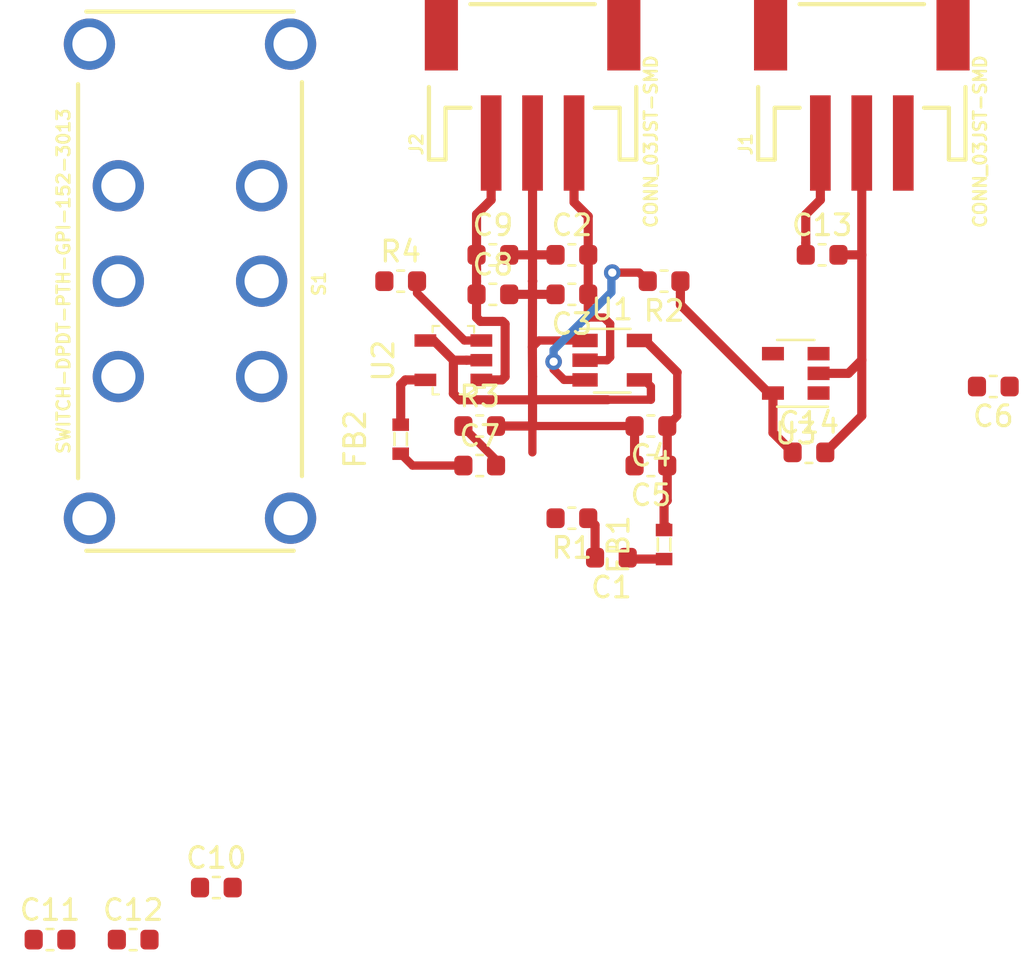
<source format=kicad_pcb>
(kicad_pcb (version 20171130) (host pcbnew "(5.1.2)-1")

  (general
    (thickness 1.6)
    (drawings 0)
    (tracks 111)
    (zones 0)
    (modules 26)
    (nets 18)
  )

  (page A4)
  (layers
    (0 F.Cu signal)
    (31 B.Cu signal)
    (32 B.Adhes user hide)
    (33 F.Adhes user hide)
    (34 B.Paste user hide)
    (35 F.Paste user hide)
    (36 B.SilkS user hide)
    (37 F.SilkS user hide)
    (38 B.Mask user hide)
    (39 F.Mask user hide)
    (40 Dwgs.User user hide)
    (41 Cmts.User user hide)
    (42 Eco1.User user hide)
    (43 Eco2.User user hide)
    (44 Edge.Cuts user hide)
    (45 Margin user hide)
    (46 B.CrtYd user hide)
    (47 F.CrtYd user hide)
    (48 B.Fab user hide)
    (49 F.Fab user hide)
  )

  (setup
    (last_trace_width 0.44)
    (user_trace_width 0.4)
    (user_trace_width 0.44)
    (trace_clearance 0.4)
    (zone_clearance 0.508)
    (zone_45_only no)
    (trace_min 0.4)
    (via_size 0.8)
    (via_drill 0.4)
    (via_min_size 0.4)
    (via_min_drill 0.3)
    (uvia_size 0.3)
    (uvia_drill 0.1)
    (uvias_allowed no)
    (uvia_min_size 0.2)
    (uvia_min_drill 0.1)
    (edge_width 0.1)
    (segment_width 0.2)
    (pcb_text_width 0.3)
    (pcb_text_size 1.5 1.5)
    (mod_edge_width 0.15)
    (mod_text_size 1 1)
    (mod_text_width 0.15)
    (pad_size 1.524 1.524)
    (pad_drill 0.762)
    (pad_to_mask_clearance 0)
    (aux_axis_origin 0 0)
    (visible_elements 7FFFFFFF)
    (pcbplotparams
      (layerselection 0x010fc_ffffffff)
      (usegerberextensions false)
      (usegerberattributes false)
      (usegerberadvancedattributes false)
      (creategerberjobfile false)
      (excludeedgelayer true)
      (linewidth 0.100000)
      (plotframeref false)
      (viasonmask false)
      (mode 1)
      (useauxorigin false)
      (hpglpennumber 1)
      (hpglpenspeed 20)
      (hpglpendiameter 15.000000)
      (psnegative false)
      (psa4output false)
      (plotreference true)
      (plotvalue true)
      (plotinvisibletext false)
      (padsonsilk false)
      (subtractmaskfromsilk false)
      (outputformat 1)
      (mirror false)
      (drillshape 1)
      (scaleselection 1)
      (outputdirectory ""))
  )

  (net 0 "")
  (net 1 "Net-(C1-Pad2)")
  (net 2 /-2.5)
  (net 3 /-3V_IN)
  (net 4 /AnalogGround)
  (net 5 "Net-(C4-Pad1)")
  (net 6 "Net-(C6-Pad2)")
  (net 7 "Net-(C7-Pad2)")
  (net 8 /+2.5)
  (net 9 /+3V_IN)
  (net 10 "Net-(C10-Pad1)")
  (net 11 "Net-(C12-Pad2)")
  (net 12 /DigitalGround)
  (net 13 /3V)
  (net 14 /Digital3V3)
  (net 15 "Net-(J1-Pad3)")
  (net 16 /Digital_Enable)
  (net 17 "Net-(U3-Pad4)")

  (net_class Default "This is the default net class."
    (clearance 0.4)
    (trace_width 0.44)
    (via_dia 0.8)
    (via_drill 0.4)
    (uvia_dia 0.3)
    (uvia_drill 0.1)
    (diff_pair_width 0.5)
    (diff_pair_gap 0.5)
    (add_net /+2.5)
    (add_net /+3V_IN)
    (add_net /-2.5)
    (add_net /-3V_IN)
    (add_net /3V)
    (add_net /AnalogGround)
    (add_net /Digital3V3)
    (add_net /DigitalGround)
    (add_net /Digital_Enable)
    (add_net "Net-(C1-Pad2)")
    (add_net "Net-(C10-Pad1)")
    (add_net "Net-(C12-Pad2)")
    (add_net "Net-(C4-Pad1)")
    (add_net "Net-(C6-Pad2)")
    (add_net "Net-(C7-Pad2)")
    (add_net "Net-(J1-Pad3)")
    (add_net "Net-(U3-Pad4)")
  )

  (net_class Squeeze ""
    (clearance 0.4)
    (trace_width 0.4)
    (via_dia 0.8)
    (via_drill 0.4)
    (uvia_dia 0.3)
    (uvia_drill 0.1)
    (diff_pair_width 0.5)
    (diff_pair_gap 0.5)
  )

  (module Package_TO_SOT_SMD:TSOT-23-5 locked (layer F.Cu) (tedit 5A02FF57) (tstamp 5D32D600)
    (at 59.73 36.83)
    (descr "5-pin TSOT23 package, http://cds.linear.com/docs/en/packaging/SOT_5_05-08-1635.pdf")
    (tags TSOT-23-5)
    (path /5D274D27)
    (attr smd)
    (fp_text reference U1 (at 0 -2.45) (layer F.SilkS)
      (effects (font (size 1 1) (thickness 0.15)))
    )
    (fp_text value ADP7182AUZJ (at 0 2.5) (layer F.Fab)
      (effects (font (size 1 1) (thickness 0.15)))
    )
    (fp_line (start 2.17 1.7) (end -2.17 1.7) (layer F.CrtYd) (width 0.05))
    (fp_line (start 2.17 1.7) (end 2.17 -1.7) (layer F.CrtYd) (width 0.05))
    (fp_line (start -2.17 -1.7) (end -2.17 1.7) (layer F.CrtYd) (width 0.05))
    (fp_line (start -2.17 -1.7) (end 2.17 -1.7) (layer F.CrtYd) (width 0.05))
    (fp_line (start 0.88 -1.45) (end 0.88 1.45) (layer F.Fab) (width 0.1))
    (fp_line (start 0.88 1.45) (end -0.88 1.45) (layer F.Fab) (width 0.1))
    (fp_line (start -0.88 -1) (end -0.88 1.45) (layer F.Fab) (width 0.1))
    (fp_line (start 0.88 -1.45) (end -0.43 -1.45) (layer F.Fab) (width 0.1))
    (fp_line (start -0.88 -1) (end -0.43 -1.45) (layer F.Fab) (width 0.1))
    (fp_line (start 0.88 -1.51) (end -1.55 -1.51) (layer F.SilkS) (width 0.12))
    (fp_line (start -0.88 1.56) (end 0.88 1.56) (layer F.SilkS) (width 0.12))
    (fp_text user %R (at 0 0 90) (layer F.Fab)
      (effects (font (size 0.5 0.5) (thickness 0.075)))
    )
    (pad 5 smd rect (at 1.31 -0.95) (size 1.22 0.65) (layers F.Cu F.Paste F.Mask)
      (net 5 "Net-(C4-Pad1)"))
    (pad 4 smd rect (at 1.31 0.95) (size 1.22 0.65) (layers F.Cu F.Paste F.Mask)
      (net 4 /AnalogGround))
    (pad 3 smd rect (at -1.31 0.95) (size 1.22 0.65) (layers F.Cu F.Paste F.Mask)
      (net 6 "Net-(C6-Pad2)"))
    (pad 2 smd rect (at -1.31 0) (size 1.22 0.65) (layers F.Cu F.Paste F.Mask)
      (net 3 /-3V_IN))
    (pad 1 smd rect (at -1.31 -0.95) (size 1.22 0.65) (layers F.Cu F.Paste F.Mask)
      (net 4 /AnalogGround))
    (model ${KISYS3DMOD}/Package_TO_SOT_SMD.3dshapes/TSOT-23-5.wrl
      (at (xyz 0 0 0))
      (scale (xyz 1 1 1))
      (rotate (xyz 0 0 0))
    )
  )

  (module Capacitor_SMD:C_0603_1608Metric (layer F.Cu) (tedit 5B301BBE) (tstamp 5D32E18C)
    (at 57.785 33.655 180)
    (descr "Capacitor SMD 0603 (1608 Metric), square (rectangular) end terminal, IPC_7351 nominal, (Body size source: http://www.tortai-tech.com/upload/download/2011102023233369053.pdf), generated with kicad-footprint-generator")
    (tags capacitor)
    (path /5C7EF015)
    (attr smd)
    (fp_text reference C3 (at 0 -1.43) (layer F.SilkS)
      (effects (font (size 1 1) (thickness 0.15)))
    )
    (fp_text value 2.2uF (at 0 1.43) (layer F.Fab)
      (effects (font (size 1 1) (thickness 0.15)))
    )
    (fp_text user %R (at 0 0) (layer F.Fab)
      (effects (font (size 0.4 0.4) (thickness 0.06)))
    )
    (fp_line (start 1.48 0.73) (end -1.48 0.73) (layer F.CrtYd) (width 0.05))
    (fp_line (start 1.48 -0.73) (end 1.48 0.73) (layer F.CrtYd) (width 0.05))
    (fp_line (start -1.48 -0.73) (end 1.48 -0.73) (layer F.CrtYd) (width 0.05))
    (fp_line (start -1.48 0.73) (end -1.48 -0.73) (layer F.CrtYd) (width 0.05))
    (fp_line (start -0.162779 0.51) (end 0.162779 0.51) (layer F.SilkS) (width 0.12))
    (fp_line (start -0.162779 -0.51) (end 0.162779 -0.51) (layer F.SilkS) (width 0.12))
    (fp_line (start 0.8 0.4) (end -0.8 0.4) (layer F.Fab) (width 0.1))
    (fp_line (start 0.8 -0.4) (end 0.8 0.4) (layer F.Fab) (width 0.1))
    (fp_line (start -0.8 -0.4) (end 0.8 -0.4) (layer F.Fab) (width 0.1))
    (fp_line (start -0.8 0.4) (end -0.8 -0.4) (layer F.Fab) (width 0.1))
    (pad 2 smd roundrect (at 0.7875 0 180) (size 0.875 0.95) (layers F.Cu F.Paste F.Mask) (roundrect_rratio 0.25)
      (net 4 /AnalogGround))
    (pad 1 smd roundrect (at -0.7875 0 180) (size 0.875 0.95) (layers F.Cu F.Paste F.Mask) (roundrect_rratio 0.25)
      (net 3 /-3V_IN))
    (model ${KISYS3DMOD}/Capacitor_SMD.3dshapes/C_0603_1608Metric.wrl
      (at (xyz 0 0 0))
      (scale (xyz 1 1 1))
      (rotate (xyz 0 0 0))
    )
  )

  (module Capacitor_SMD:C_0603_1608Metric locked (layer F.Cu) (tedit 5B301BBE) (tstamp 5D32BA28)
    (at 57.785 31.75)
    (descr "Capacitor SMD 0603 (1608 Metric), square (rectangular) end terminal, IPC_7351 nominal, (Body size source: http://www.tortai-tech.com/upload/download/2011102023233369053.pdf), generated with kicad-footprint-generator")
    (tags capacitor)
    (path /5D2043E8)
    (attr smd)
    (fp_text reference C2 (at 0 -1.43) (layer F.SilkS)
      (effects (font (size 1 1) (thickness 0.15)))
    )
    (fp_text value 2.2uF (at 0 1.43) (layer F.Fab)
      (effects (font (size 1 1) (thickness 0.15)))
    )
    (fp_text user %R (at 0 0) (layer F.Fab)
      (effects (font (size 0.4 0.4) (thickness 0.06)))
    )
    (fp_line (start 1.48 0.73) (end -1.48 0.73) (layer F.CrtYd) (width 0.05))
    (fp_line (start 1.48 -0.73) (end 1.48 0.73) (layer F.CrtYd) (width 0.05))
    (fp_line (start -1.48 -0.73) (end 1.48 -0.73) (layer F.CrtYd) (width 0.05))
    (fp_line (start -1.48 0.73) (end -1.48 -0.73) (layer F.CrtYd) (width 0.05))
    (fp_line (start -0.162779 0.51) (end 0.162779 0.51) (layer F.SilkS) (width 0.12))
    (fp_line (start -0.162779 -0.51) (end 0.162779 -0.51) (layer F.SilkS) (width 0.12))
    (fp_line (start 0.8 0.4) (end -0.8 0.4) (layer F.Fab) (width 0.1))
    (fp_line (start 0.8 -0.4) (end 0.8 0.4) (layer F.Fab) (width 0.1))
    (fp_line (start -0.8 -0.4) (end 0.8 -0.4) (layer F.Fab) (width 0.1))
    (fp_line (start -0.8 0.4) (end -0.8 -0.4) (layer F.Fab) (width 0.1))
    (pad 2 smd roundrect (at 0.7875 0) (size 0.875 0.95) (layers F.Cu F.Paste F.Mask) (roundrect_rratio 0.25)
      (net 3 /-3V_IN))
    (pad 1 smd roundrect (at -0.7875 0) (size 0.875 0.95) (layers F.Cu F.Paste F.Mask) (roundrect_rratio 0.25)
      (net 4 /AnalogGround))
    (model ${KISYS3DMOD}/Capacitor_SMD.3dshapes/C_0603_1608Metric.wrl
      (at (xyz 0 0 0))
      (scale (xyz 1 1 1))
      (rotate (xyz 0 0 0))
    )
  )

  (module digikey-footprints:SOT-753 locked (layer F.Cu) (tedit 59EF821D) (tstamp 5D32B6A7)
    (at 52.07 36.83 90)
    (path /5C807BD3)
    (fp_text reference U2 (at -0.025 -3.375 90) (layer F.SilkS)
      (effects (font (size 1 1) (thickness 0.15)))
    )
    (fp_text value "LP5907-SOT-23 2.5V" (at 0.35 4.025 90) (layer F.Fab)
      (effects (font (size 1 1) (thickness 0.15)))
    )
    (fp_line (start -1.525 -0.875) (end 1.525 -0.875) (layer F.Fab) (width 0.1))
    (fp_line (start 1.525 -0.875) (end 1.525 0.875) (layer F.Fab) (width 0.1))
    (fp_line (start -1.525 0.625) (end -1.35 0.875) (layer F.Fab) (width 0.1))
    (fp_line (start -1.35 0.875) (end 1.525 0.875) (layer F.Fab) (width 0.1))
    (fp_line (start -1.525 0.625) (end -1.525 -0.875) (layer F.Fab) (width 0.1))
    (fp_line (start -1.65 0.675) (end -1.65 0.3) (layer F.SilkS) (width 0.1))
    (fp_line (start -1.325 1) (end -1.325 1.525) (layer F.SilkS) (width 0.1))
    (fp_line (start -1.425 1) (end -1.325 1) (layer F.SilkS) (width 0.1))
    (fp_line (start -1.65 0.675) (end -1.425 1) (layer F.SilkS) (width 0.1))
    (fp_line (start 1.65 -1) (end 1.65 -0.675) (layer F.SilkS) (width 0.1))
    (fp_line (start 1.35 -1) (end 1.65 -1) (layer F.SilkS) (width 0.1))
    (fp_line (start 1.65 1) (end 1.65 0.7) (layer F.SilkS) (width 0.1))
    (fp_line (start 1.325 1) (end 1.65 1) (layer F.SilkS) (width 0.1))
    (fp_line (start -1.65 -1) (end -1.65 -0.7) (layer F.SilkS) (width 0.1))
    (fp_line (start -1.325 -1) (end -1.65 -1) (layer F.SilkS) (width 0.1))
    (fp_text user %R (at 0 0.1 90) (layer F.Fab)
      (effects (font (size 0.75 0.75) (thickness 0.075)))
    )
    (fp_line (start -1.825 -2.125) (end 1.825 -2.125) (layer F.CrtYd) (width 0.05))
    (fp_line (start 1.825 -2.125) (end 1.825 2.125) (layer F.CrtYd) (width 0.05))
    (fp_line (start 1.825 2.125) (end -1.825 2.125) (layer F.CrtYd) (width 0.05))
    (fp_line (start -1.825 2.125) (end -1.825 -2.125) (layer F.CrtYd) (width 0.05))
    (pad 1 smd rect (at -0.95 1.35 90) (size 0.6 1.05) (layers F.Cu F.Paste F.Mask)
      (net 9 /+3V_IN) (solder_mask_margin 0.07))
    (pad 2 smd rect (at 0 1.35 90) (size 0.6 1.05) (layers F.Cu F.Paste F.Mask)
      (net 4 /AnalogGround) (solder_mask_margin 0.07))
    (pad 3 smd rect (at 0.95 1.35 90) (size 0.6 1.05) (layers F.Cu F.Paste F.Mask)
      (net 11 "Net-(C12-Pad2)") (solder_mask_margin 0.07))
    (pad 4 smd rect (at 0.95 -1.35 90) (size 0.6 1.05) (layers F.Cu F.Paste F.Mask)
      (net 4 /AnalogGround) (solder_mask_margin 0.07))
    (pad 5 smd rect (at -0.95 -1.35 90) (size 0.6 1.05) (layers F.Cu F.Paste F.Mask)
      (net 10 "Net-(C10-Pad1)") (solder_mask_margin 0.07))
  )

  (module Capacitor_SMD:C_0603_1608Metric locked (layer F.Cu) (tedit 5B301BBE) (tstamp 5D32B908)
    (at 53.975 31.75)
    (descr "Capacitor SMD 0603 (1608 Metric), square (rectangular) end terminal, IPC_7351 nominal, (Body size source: http://www.tortai-tech.com/upload/download/2011102023233369053.pdf), generated with kicad-footprint-generator")
    (tags capacitor)
    (path /5C80EE09)
    (attr smd)
    (fp_text reference C9 (at 0 -1.43) (layer F.SilkS)
      (effects (font (size 1 1) (thickness 0.15)))
    )
    (fp_text value 2.2uF (at 0 1.43) (layer F.Fab)
      (effects (font (size 1 1) (thickness 0.15)))
    )
    (fp_text user %R (at 0 0) (layer F.Fab)
      (effects (font (size 0.4 0.4) (thickness 0.06)))
    )
    (fp_line (start 1.48 0.73) (end -1.48 0.73) (layer F.CrtYd) (width 0.05))
    (fp_line (start 1.48 -0.73) (end 1.48 0.73) (layer F.CrtYd) (width 0.05))
    (fp_line (start -1.48 -0.73) (end 1.48 -0.73) (layer F.CrtYd) (width 0.05))
    (fp_line (start -1.48 0.73) (end -1.48 -0.73) (layer F.CrtYd) (width 0.05))
    (fp_line (start -0.162779 0.51) (end 0.162779 0.51) (layer F.SilkS) (width 0.12))
    (fp_line (start -0.162779 -0.51) (end 0.162779 -0.51) (layer F.SilkS) (width 0.12))
    (fp_line (start 0.8 0.4) (end -0.8 0.4) (layer F.Fab) (width 0.1))
    (fp_line (start 0.8 -0.4) (end 0.8 0.4) (layer F.Fab) (width 0.1))
    (fp_line (start -0.8 -0.4) (end 0.8 -0.4) (layer F.Fab) (width 0.1))
    (fp_line (start -0.8 0.4) (end -0.8 -0.4) (layer F.Fab) (width 0.1))
    (pad 2 smd roundrect (at 0.7875 0) (size 0.875 0.95) (layers F.Cu F.Paste F.Mask) (roundrect_rratio 0.25)
      (net 4 /AnalogGround))
    (pad 1 smd roundrect (at -0.7875 0) (size 0.875 0.95) (layers F.Cu F.Paste F.Mask) (roundrect_rratio 0.25)
      (net 9 /+3V_IN))
    (model ${KISYS3DMOD}/Capacitor_SMD.3dshapes/C_0603_1608Metric.wrl
      (at (xyz 0 0 0))
      (scale (xyz 1 1 1))
      (rotate (xyz 0 0 0))
    )
  )

  (module Package_TO_SOT_SMD:SOT-23-5 (layer F.Cu) (tedit 5A02FF57) (tstamp 5D32B630)
    (at 68.58 37.465 180)
    (descr "5-pin SOT23 package")
    (tags SOT-23-5)
    (path /5C7EA4C7)
    (attr smd)
    (fp_text reference U3 (at 0 -2.9) (layer F.SilkS)
      (effects (font (size 1 1) (thickness 0.15)))
    )
    (fp_text value MCP1754 (at 0 2.9) (layer F.Fab)
      (effects (font (size 1 1) (thickness 0.15)))
    )
    (fp_line (start 0.9 -1.55) (end 0.9 1.55) (layer F.Fab) (width 0.1))
    (fp_line (start 0.9 1.55) (end -0.9 1.55) (layer F.Fab) (width 0.1))
    (fp_line (start -0.9 -0.9) (end -0.9 1.55) (layer F.Fab) (width 0.1))
    (fp_line (start 0.9 -1.55) (end -0.25 -1.55) (layer F.Fab) (width 0.1))
    (fp_line (start -0.9 -0.9) (end -0.25 -1.55) (layer F.Fab) (width 0.1))
    (fp_line (start -1.9 1.8) (end -1.9 -1.8) (layer F.CrtYd) (width 0.05))
    (fp_line (start 1.9 1.8) (end -1.9 1.8) (layer F.CrtYd) (width 0.05))
    (fp_line (start 1.9 -1.8) (end 1.9 1.8) (layer F.CrtYd) (width 0.05))
    (fp_line (start -1.9 -1.8) (end 1.9 -1.8) (layer F.CrtYd) (width 0.05))
    (fp_line (start 0.9 -1.61) (end -1.55 -1.61) (layer F.SilkS) (width 0.12))
    (fp_line (start -0.9 1.61) (end 0.9 1.61) (layer F.SilkS) (width 0.12))
    (fp_text user %R (at 0 0 90) (layer F.Fab)
      (effects (font (size 0.5 0.5) (thickness 0.075)))
    )
    (pad 5 smd rect (at 1.1 -0.95 180) (size 1.06 0.65) (layers F.Cu F.Paste F.Mask)
      (net 14 /Digital3V3))
    (pad 4 smd rect (at 1.1 0.95 180) (size 1.06 0.65) (layers F.Cu F.Paste F.Mask)
      (net 17 "Net-(U3-Pad4)"))
    (pad 3 smd rect (at -1.1 0.95 180) (size 1.06 0.65) (layers F.Cu F.Paste F.Mask)
      (net 16 /Digital_Enable))
    (pad 2 smd rect (at -1.1 0 180) (size 1.06 0.65) (layers F.Cu F.Paste F.Mask)
      (net 12 /DigitalGround))
    (pad 1 smd rect (at -1.1 -0.95 180) (size 1.06 0.65) (layers F.Cu F.Paste F.Mask)
      (net 13 /3V))
    (model ${KISYS3DMOD}/Package_TO_SOT_SMD.3dshapes/SOT-23-5.wrl
      (at (xyz 0 0 0))
      (scale (xyz 1 1 1))
      (rotate (xyz 0 0 0))
    )
  )

  (module Switches:SWITCH_DPDT_PTH_GPI-152-3013 (layer F.Cu) (tedit 200000) (tstamp 5D32B736)
    (at 39.37 33.02 90)
    (descr "CW INDUSTRIES  GPI-152-3013  DPDT SWITCH - PTH")
    (tags "CW INDUSTRIES  GPI-152-3013  DPDT SWITCH - PTH")
    (path /5D2DB6EF)
    (attr virtual)
    (fp_text reference S1 (at -0.127 6.223 270) (layer F.SilkS)
      (effects (font (size 0.6096 0.6096) (thickness 0.127)))
    )
    (fp_text value SWITCH-DPDT-PTH-GPI-152-3013 (at 0 -6.096 270) (layer F.SilkS)
      (effects (font (size 0.6096 0.6096) (thickness 0.127)))
    )
    (fp_circle (center -10.68832 0) (end -10.68832 -0.94996) (layer Dwgs.User) (width 0.127))
    (fp_circle (center 10.30986 0) (end 10.30986 -0.94996) (layer Dwgs.User) (width 0.127))
    (fp_line (start 6.9977 -9.09828) (end 6.9977 -5.19938) (layer Dwgs.User) (width 0.127))
    (fp_line (start 1.89992 -9.09828) (end 6.9977 -9.09828) (layer Dwgs.User) (width 0.127))
    (fp_line (start 1.89992 -5.19938) (end 1.89992 -9.09828) (layer Dwgs.User) (width 0.127))
    (fp_line (start 1.99898 -5.19938) (end 1.89992 -5.19938) (layer Dwgs.User) (width 0.127))
    (fp_line (start 12.99972 -4.99872) (end 12.99972 4.99872) (layer F.SilkS) (width 0.2032))
    (fp_line (start -12.99972 -4.99872) (end -12.99972 4.99872) (layer F.SilkS) (width 0.2032))
    (fp_line (start -9.398 5.3975) (end 9.59866 5.3975) (layer F.SilkS) (width 0.2032))
    (fp_line (start -9.4996 -5.3975) (end 9.4996 -5.3975) (layer F.SilkS) (width 0.2032))
    (fp_line (start 12.7 5.12826) (end 12.7 -5.12826) (layer Dwgs.User) (width 0.127))
    (fp_line (start -12.7 5.12826) (end 12.7 5.12826) (layer Dwgs.User) (width 0.127))
    (fp_line (start -12.7 -5.12826) (end -12.7 5.12826) (layer Dwgs.User) (width 0.127))
    (fp_line (start 12.7 -5.12826) (end -12.7 -5.12826) (layer Dwgs.User) (width 0.127))
    (pad P$10 thru_hole circle (at 11.43 4.84886 90) (size 2.47396 2.47396) (drill 1.64846) (layers *.Cu *.Mask)
      (solder_mask_margin 0.1016))
    (pad P$9 thru_hole circle (at -11.43 4.84886 90) (size 2.47396 2.47396) (drill 1.64846) (layers *.Cu *.Mask)
      (solder_mask_margin 0.1016))
    (pad P$8 thru_hole circle (at -11.43 -4.84886 90) (size 2.47396 2.47396) (drill 1.64846) (layers *.Cu *.Mask)
      (solder_mask_margin 0.1016))
    (pad P$7 thru_hole circle (at 11.43 -4.84886 90) (size 2.47396 2.47396) (drill 1.64846) (layers *.Cu *.Mask)
      (solder_mask_margin 0.1016))
    (pad C@2 thru_hole circle (at 0 3.4544 90) (size 2.47396 2.47396) (drill 1.64846) (layers *.Cu *.Mask)
      (net 16 /Digital_Enable) (solder_mask_margin 0.1016))
    (pad C@1 thru_hole circle (at 0 -3.4544 90) (size 2.47396 2.47396) (drill 1.64846) (layers *.Cu *.Mask)
      (net 16 /Digital_Enable) (solder_mask_margin 0.1016))
    (pad 21 thru_hole circle (at 4.59994 3.4544 90) (size 2.47396 2.47396) (drill 1.64846) (layers *.Cu *.Mask)
      (net 12 /DigitalGround) (solder_mask_margin 0.1016))
    (pad 20 thru_hole circle (at 4.59994 -3.4544 90) (size 2.47396 2.47396) (drill 1.64846) (layers *.Cu *.Mask)
      (net 12 /DigitalGround) (solder_mask_margin 0.1016))
    (pad 11 thru_hole circle (at -4.59994 3.4544 90) (size 2.47396 2.47396) (drill 1.64846) (layers *.Cu *.Mask)
      (net 13 /3V) (solder_mask_margin 0.1016))
    (pad 10 thru_hole circle (at -4.59994 -3.4544 90) (size 2.47396 2.47396) (drill 1.64846) (layers *.Cu *.Mask)
      (net 13 /3V) (solder_mask_margin 0.1016))
  )

  (module Resistor_SMD:R_0603_1608Metric (layer F.Cu) (tedit 5B301BBD) (tstamp 5D32B7E5)
    (at 49.53 33.02)
    (descr "Resistor SMD 0603 (1608 Metric), square (rectangular) end terminal, IPC_7351 nominal, (Body size source: http://www.tortai-tech.com/upload/download/2011102023233369053.pdf), generated with kicad-footprint-generator")
    (tags resistor)
    (path /5D2BDEBE)
    (attr smd)
    (fp_text reference R4 (at 0 -1.43) (layer F.SilkS)
      (effects (font (size 1 1) (thickness 0.15)))
    )
    (fp_text value 10K (at 0 1.43) (layer F.Fab)
      (effects (font (size 1 1) (thickness 0.15)))
    )
    (fp_text user %R (at 0 0) (layer F.Fab)
      (effects (font (size 0.4 0.4) (thickness 0.06)))
    )
    (fp_line (start 1.48 0.73) (end -1.48 0.73) (layer F.CrtYd) (width 0.05))
    (fp_line (start 1.48 -0.73) (end 1.48 0.73) (layer F.CrtYd) (width 0.05))
    (fp_line (start -1.48 -0.73) (end 1.48 -0.73) (layer F.CrtYd) (width 0.05))
    (fp_line (start -1.48 0.73) (end -1.48 -0.73) (layer F.CrtYd) (width 0.05))
    (fp_line (start -0.162779 0.51) (end 0.162779 0.51) (layer F.SilkS) (width 0.12))
    (fp_line (start -0.162779 -0.51) (end 0.162779 -0.51) (layer F.SilkS) (width 0.12))
    (fp_line (start 0.8 0.4) (end -0.8 0.4) (layer F.Fab) (width 0.1))
    (fp_line (start 0.8 -0.4) (end 0.8 0.4) (layer F.Fab) (width 0.1))
    (fp_line (start -0.8 -0.4) (end 0.8 -0.4) (layer F.Fab) (width 0.1))
    (fp_line (start -0.8 0.4) (end -0.8 -0.4) (layer F.Fab) (width 0.1))
    (pad 2 smd roundrect (at 0.7875 0) (size 0.875 0.95) (layers F.Cu F.Paste F.Mask) (roundrect_rratio 0.25)
      (net 11 "Net-(C12-Pad2)"))
    (pad 1 smd roundrect (at -0.7875 0) (size 0.875 0.95) (layers F.Cu F.Paste F.Mask) (roundrect_rratio 0.25)
      (net 14 /Digital3V3))
    (model ${KISYS3DMOD}/Resistor_SMD.3dshapes/R_0603_1608Metric.wrl
      (at (xyz 0 0 0))
      (scale (xyz 1 1 1))
      (rotate (xyz 0 0 0))
    )
  )

  (module Resistor_SMD:R_0603_1608Metric (layer F.Cu) (tedit 5B301BBD) (tstamp 5D32B815)
    (at 53.34 40.005)
    (descr "Resistor SMD 0603 (1608 Metric), square (rectangular) end terminal, IPC_7351 nominal, (Body size source: http://www.tortai-tech.com/upload/download/2011102023233369053.pdf), generated with kicad-footprint-generator")
    (tags resistor)
    (path /5D3A0F52)
    (attr smd)
    (fp_text reference R3 (at 0 -1.43) (layer F.SilkS)
      (effects (font (size 1 1) (thickness 0.15)))
    )
    (fp_text value 10K (at 0 1.43) (layer F.Fab)
      (effects (font (size 1 1) (thickness 0.15)))
    )
    (fp_text user %R (at 0 0) (layer F.Fab)
      (effects (font (size 0.4 0.4) (thickness 0.06)))
    )
    (fp_line (start 1.48 0.73) (end -1.48 0.73) (layer F.CrtYd) (width 0.05))
    (fp_line (start 1.48 -0.73) (end 1.48 0.73) (layer F.CrtYd) (width 0.05))
    (fp_line (start -1.48 -0.73) (end 1.48 -0.73) (layer F.CrtYd) (width 0.05))
    (fp_line (start -1.48 0.73) (end -1.48 -0.73) (layer F.CrtYd) (width 0.05))
    (fp_line (start -0.162779 0.51) (end 0.162779 0.51) (layer F.SilkS) (width 0.12))
    (fp_line (start -0.162779 -0.51) (end 0.162779 -0.51) (layer F.SilkS) (width 0.12))
    (fp_line (start 0.8 0.4) (end -0.8 0.4) (layer F.Fab) (width 0.1))
    (fp_line (start 0.8 -0.4) (end 0.8 0.4) (layer F.Fab) (width 0.1))
    (fp_line (start -0.8 -0.4) (end 0.8 -0.4) (layer F.Fab) (width 0.1))
    (fp_line (start -0.8 0.4) (end -0.8 -0.4) (layer F.Fab) (width 0.1))
    (pad 2 smd roundrect (at 0.7875 0) (size 0.875 0.95) (layers F.Cu F.Paste F.Mask) (roundrect_rratio 0.25)
      (net 4 /AnalogGround))
    (pad 1 smd roundrect (at -0.7875 0) (size 0.875 0.95) (layers F.Cu F.Paste F.Mask) (roundrect_rratio 0.25)
      (net 7 "Net-(C7-Pad2)"))
    (model ${KISYS3DMOD}/Resistor_SMD.3dshapes/R_0603_1608Metric.wrl
      (at (xyz 0 0 0))
      (scale (xyz 1 1 1))
      (rotate (xyz 0 0 0))
    )
  )

  (module Resistor_SMD:R_0603_1608Metric (layer F.Cu) (tedit 5B301BBD) (tstamp 5D32B7B5)
    (at 62.23 33.02 180)
    (descr "Resistor SMD 0603 (1608 Metric), square (rectangular) end terminal, IPC_7351 nominal, (Body size source: http://www.tortai-tech.com/upload/download/2011102023233369053.pdf), generated with kicad-footprint-generator")
    (tags resistor)
    (path /5D2B4319)
    (attr smd)
    (fp_text reference R2 (at 0 -1.43) (layer F.SilkS)
      (effects (font (size 1 1) (thickness 0.15)))
    )
    (fp_text value 10K (at 0 1.43) (layer F.Fab)
      (effects (font (size 1 1) (thickness 0.15)))
    )
    (fp_text user %R (at 0 0) (layer F.Fab)
      (effects (font (size 0.4 0.4) (thickness 0.06)))
    )
    (fp_line (start 1.48 0.73) (end -1.48 0.73) (layer F.CrtYd) (width 0.05))
    (fp_line (start 1.48 -0.73) (end 1.48 0.73) (layer F.CrtYd) (width 0.05))
    (fp_line (start -1.48 -0.73) (end 1.48 -0.73) (layer F.CrtYd) (width 0.05))
    (fp_line (start -1.48 0.73) (end -1.48 -0.73) (layer F.CrtYd) (width 0.05))
    (fp_line (start -0.162779 0.51) (end 0.162779 0.51) (layer F.SilkS) (width 0.12))
    (fp_line (start -0.162779 -0.51) (end 0.162779 -0.51) (layer F.SilkS) (width 0.12))
    (fp_line (start 0.8 0.4) (end -0.8 0.4) (layer F.Fab) (width 0.1))
    (fp_line (start 0.8 -0.4) (end 0.8 0.4) (layer F.Fab) (width 0.1))
    (fp_line (start -0.8 -0.4) (end 0.8 -0.4) (layer F.Fab) (width 0.1))
    (fp_line (start -0.8 0.4) (end -0.8 -0.4) (layer F.Fab) (width 0.1))
    (pad 2 smd roundrect (at 0.7875 0 180) (size 0.875 0.95) (layers F.Cu F.Paste F.Mask) (roundrect_rratio 0.25)
      (net 6 "Net-(C6-Pad2)"))
    (pad 1 smd roundrect (at -0.7875 0 180) (size 0.875 0.95) (layers F.Cu F.Paste F.Mask) (roundrect_rratio 0.25)
      (net 14 /Digital3V3))
    (model ${KISYS3DMOD}/Resistor_SMD.3dshapes/R_0603_1608Metric.wrl
      (at (xyz 0 0 0))
      (scale (xyz 1 1 1))
      (rotate (xyz 0 0 0))
    )
  )

  (module Resistor_SMD:R_0603_1608Metric (layer F.Cu) (tedit 5B301BBD) (tstamp 5D32EDBF)
    (at 57.785 44.45 180)
    (descr "Resistor SMD 0603 (1608 Metric), square (rectangular) end terminal, IPC_7351 nominal, (Body size source: http://www.tortai-tech.com/upload/download/2011102023233369053.pdf), generated with kicad-footprint-generator")
    (tags resistor)
    (path /5D361D1D)
    (attr smd)
    (fp_text reference R1 (at 0 -1.43) (layer F.SilkS)
      (effects (font (size 1 1) (thickness 0.15)))
    )
    (fp_text value 10K (at 0 1.43) (layer F.Fab)
      (effects (font (size 1 1) (thickness 0.15)))
    )
    (fp_text user %R (at 0 0) (layer F.Fab)
      (effects (font (size 0.4 0.4) (thickness 0.06)))
    )
    (fp_line (start 1.48 0.73) (end -1.48 0.73) (layer F.CrtYd) (width 0.05))
    (fp_line (start 1.48 -0.73) (end 1.48 0.73) (layer F.CrtYd) (width 0.05))
    (fp_line (start -1.48 -0.73) (end 1.48 -0.73) (layer F.CrtYd) (width 0.05))
    (fp_line (start -1.48 0.73) (end -1.48 -0.73) (layer F.CrtYd) (width 0.05))
    (fp_line (start -0.162779 0.51) (end 0.162779 0.51) (layer F.SilkS) (width 0.12))
    (fp_line (start -0.162779 -0.51) (end 0.162779 -0.51) (layer F.SilkS) (width 0.12))
    (fp_line (start 0.8 0.4) (end -0.8 0.4) (layer F.Fab) (width 0.1))
    (fp_line (start 0.8 -0.4) (end 0.8 0.4) (layer F.Fab) (width 0.1))
    (fp_line (start -0.8 -0.4) (end 0.8 -0.4) (layer F.Fab) (width 0.1))
    (fp_line (start -0.8 0.4) (end -0.8 -0.4) (layer F.Fab) (width 0.1))
    (pad 2 smd roundrect (at 0.7875 0 180) (size 0.875 0.95) (layers F.Cu F.Paste F.Mask) (roundrect_rratio 0.25)
      (net 4 /AnalogGround))
    (pad 1 smd roundrect (at -0.7875 0 180) (size 0.875 0.95) (layers F.Cu F.Paste F.Mask) (roundrect_rratio 0.25)
      (net 1 "Net-(C1-Pad2)"))
    (model ${KISYS3DMOD}/Resistor_SMD.3dshapes/R_0603_1608Metric.wrl
      (at (xyz 0 0 0))
      (scale (xyz 1 1 1))
      (rotate (xyz 0 0 0))
    )
  )

  (module Connectors:JST-3-SMD (layer F.Cu) (tedit 200000) (tstamp 5D32B669)
    (at 55.88 21.59)
    (descr "JST 3 PIN RIGHT ANGLE SMT")
    (tags "JST 3 PIN RIGHT ANGLE SMT")
    (path /5D26F6BA)
    (attr smd)
    (fp_text reference J2 (at -5.588 4.826 90) (layer F.SilkS)
      (effects (font (size 0.6096 0.6096) (thickness 0.127)))
    )
    (fp_text value CONN_03JST-SMD (at 5.715 4.699 90) (layer F.SilkS)
      (effects (font (size 0.6096 0.6096) (thickness 0.127)))
    )
    (fp_line (start 3.0099 -1.92786) (end -2.98958 -1.92786) (layer F.SilkS) (width 0.2032))
    (fp_line (start 5.00888 5.56768) (end 5.00888 2.06756) (layer F.SilkS) (width 0.2032))
    (fp_line (start 4.20878 5.56768) (end 5.00888 5.56768) (layer F.SilkS) (width 0.2032))
    (fp_line (start 4.20878 3.06832) (end 4.20878 5.56768) (layer F.SilkS) (width 0.2032))
    (fp_line (start 3.0099 3.06832) (end 4.20878 3.06832) (layer F.SilkS) (width 0.2032))
    (fp_line (start -4.18846 3.06832) (end -2.98958 3.06832) (layer F.SilkS) (width 0.2032))
    (fp_line (start -4.18846 5.56768) (end -4.18846 3.06832) (layer F.SilkS) (width 0.2032))
    (fp_line (start -4.98856 5.56768) (end -4.18846 5.56768) (layer F.SilkS) (width 0.2032))
    (fp_line (start -4.98856 2.06756) (end -4.98856 5.56768) (layer F.SilkS) (width 0.2032))
    (pad NC2 smd rect (at 4.40944 -0.42926 90) (size 3.39852 1.59766) (layers F.Cu F.Paste F.Mask)
      (solder_mask_margin 0.1016))
    (pad NC1 smd rect (at -4.38912 -0.42926 90) (size 3.39852 1.59766) (layers F.Cu F.Paste F.Mask)
      (solder_mask_margin 0.1016))
    (pad 3 smd rect (at 2.00914 4.76758) (size 0.99822 4.59994) (layers F.Cu F.Paste F.Mask)
      (net 3 /-3V_IN) (solder_mask_margin 0.1016))
    (pad 2 smd rect (at 0.00762 4.76758) (size 0.99822 4.59994) (layers F.Cu F.Paste F.Mask)
      (net 4 /AnalogGround) (solder_mask_margin 0.1016))
    (pad 1 smd rect (at -1.98882 4.76758) (size 0.99822 4.59994) (layers F.Cu F.Paste F.Mask)
      (net 9 /+3V_IN) (solder_mask_margin 0.1016))
  )

  (module Connectors:JST-3-SMD (layer F.Cu) (tedit 200000) (tstamp 5D32B876)
    (at 71.755 21.59)
    (descr "JST 3 PIN RIGHT ANGLE SMT")
    (tags "JST 3 PIN RIGHT ANGLE SMT")
    (path /5D1B22C7)
    (attr smd)
    (fp_text reference J1 (at -5.588 4.826 90) (layer F.SilkS)
      (effects (font (size 0.6096 0.6096) (thickness 0.127)))
    )
    (fp_text value CONN_03JST-SMD (at 5.715 4.699 90) (layer F.SilkS)
      (effects (font (size 0.6096 0.6096) (thickness 0.127)))
    )
    (fp_line (start 3.0099 -1.92786) (end -2.98958 -1.92786) (layer F.SilkS) (width 0.2032))
    (fp_line (start 5.00888 5.56768) (end 5.00888 2.06756) (layer F.SilkS) (width 0.2032))
    (fp_line (start 4.20878 5.56768) (end 5.00888 5.56768) (layer F.SilkS) (width 0.2032))
    (fp_line (start 4.20878 3.06832) (end 4.20878 5.56768) (layer F.SilkS) (width 0.2032))
    (fp_line (start 3.0099 3.06832) (end 4.20878 3.06832) (layer F.SilkS) (width 0.2032))
    (fp_line (start -4.18846 3.06832) (end -2.98958 3.06832) (layer F.SilkS) (width 0.2032))
    (fp_line (start -4.18846 5.56768) (end -4.18846 3.06832) (layer F.SilkS) (width 0.2032))
    (fp_line (start -4.98856 5.56768) (end -4.18846 5.56768) (layer F.SilkS) (width 0.2032))
    (fp_line (start -4.98856 2.06756) (end -4.98856 5.56768) (layer F.SilkS) (width 0.2032))
    (pad NC2 smd rect (at 4.40944 -0.42926 90) (size 3.39852 1.59766) (layers F.Cu F.Paste F.Mask)
      (solder_mask_margin 0.1016))
    (pad NC1 smd rect (at -4.38912 -0.42926 90) (size 3.39852 1.59766) (layers F.Cu F.Paste F.Mask)
      (solder_mask_margin 0.1016))
    (pad 3 smd rect (at 2.00914 4.76758) (size 0.99822 4.59994) (layers F.Cu F.Paste F.Mask)
      (net 15 "Net-(J1-Pad3)") (solder_mask_margin 0.1016))
    (pad 2 smd rect (at 0.00762 4.76758) (size 0.99822 4.59994) (layers F.Cu F.Paste F.Mask)
      (net 12 /DigitalGround) (solder_mask_margin 0.1016))
    (pad 1 smd rect (at -1.98882 4.76758) (size 0.99822 4.59994) (layers F.Cu F.Paste F.Mask)
      (net 13 /3V) (solder_mask_margin 0.1016))
  )

  (module digikey-footprints:0603 (layer F.Cu) (tedit 595EA1C0) (tstamp 5D32D1E6)
    (at 49.53 40.64 90)
    (path /5D25CC4D)
    (fp_text reference FB2 (at 0 -2.2 90) (layer F.SilkS)
      (effects (font (size 1 1) (thickness 0.15)))
    )
    (fp_text value Ferrite_Bead_Small (at 0 1.9 90) (layer F.Fab)
      (effects (font (size 1 1) (thickness 0.15)))
    )
    (fp_line (start 0.8 -0.4) (end -0.8 -0.4) (layer F.Fab) (width 0.12))
    (fp_line (start 0.8 0.4) (end 0.8 -0.4) (layer F.Fab) (width 0.12))
    (fp_line (start -0.8 0.4) (end 0.8 0.4) (layer F.Fab) (width 0.12))
    (fp_line (start -0.8 -0.4) (end -0.8 0.4) (layer F.Fab) (width 0.12))
    (fp_line (start -0.3 -0.3) (end 0.3 -0.3) (layer F.SilkS) (width 0.12))
    (fp_line (start -0.3 0.3) (end 0.3 0.3) (layer F.SilkS) (width 0.12))
    (fp_line (start -1.25 0.71) (end -1.25 -0.71) (layer F.CrtYd) (width 0.05))
    (fp_line (start 1.11 0.71) (end -1.11 0.71) (layer F.CrtYd) (width 0.05))
    (fp_line (start 1.25 -0.71) (end 1.25 0.71) (layer F.CrtYd) (width 0.05))
    (fp_line (start -1.11 -0.71) (end 1.11 -0.71) (layer F.CrtYd) (width 0.05))
    (fp_line (start -1.11 0.71) (end -1.25 0.71) (layer F.CrtYd) (width 0.05))
    (fp_line (start -1.11 -0.71) (end -1.25 -0.71) (layer F.CrtYd) (width 0.05))
    (fp_line (start 1.11 -0.71) (end 1.25 -0.71) (layer F.CrtYd) (width 0.05))
    (fp_line (start 1.11 0.71) (end 1.25 0.71) (layer F.CrtYd) (width 0.05))
    (pad 1 smd rect (at -0.7 0 90) (size 0.6 0.8) (layers F.Cu F.Paste F.Mask)
      (net 8 /+2.5))
    (pad 2 smd rect (at 0.7 0 90) (size 0.6 0.8) (layers F.Cu F.Paste F.Mask)
      (net 10 "Net-(C10-Pad1)"))
  )

  (module digikey-footprints:0603 (layer F.Cu) (tedit 595EA1C0) (tstamp 5D32B77F)
    (at 62.23 45.72 90)
    (path /5D25C207)
    (fp_text reference FB1 (at 0 -2.2 90) (layer F.SilkS)
      (effects (font (size 1 1) (thickness 0.15)))
    )
    (fp_text value Ferrite_Bead_Small (at 0 1.9 90) (layer F.Fab)
      (effects (font (size 1 1) (thickness 0.15)))
    )
    (fp_line (start 0.8 -0.4) (end -0.8 -0.4) (layer F.Fab) (width 0.12))
    (fp_line (start 0.8 0.4) (end 0.8 -0.4) (layer F.Fab) (width 0.12))
    (fp_line (start -0.8 0.4) (end 0.8 0.4) (layer F.Fab) (width 0.12))
    (fp_line (start -0.8 -0.4) (end -0.8 0.4) (layer F.Fab) (width 0.12))
    (fp_line (start -0.3 -0.3) (end 0.3 -0.3) (layer F.SilkS) (width 0.12))
    (fp_line (start -0.3 0.3) (end 0.3 0.3) (layer F.SilkS) (width 0.12))
    (fp_line (start -1.25 0.71) (end -1.25 -0.71) (layer F.CrtYd) (width 0.05))
    (fp_line (start 1.11 0.71) (end -1.11 0.71) (layer F.CrtYd) (width 0.05))
    (fp_line (start 1.25 -0.71) (end 1.25 0.71) (layer F.CrtYd) (width 0.05))
    (fp_line (start -1.11 -0.71) (end 1.11 -0.71) (layer F.CrtYd) (width 0.05))
    (fp_line (start -1.11 0.71) (end -1.25 0.71) (layer F.CrtYd) (width 0.05))
    (fp_line (start -1.11 -0.71) (end -1.25 -0.71) (layer F.CrtYd) (width 0.05))
    (fp_line (start 1.11 -0.71) (end 1.25 -0.71) (layer F.CrtYd) (width 0.05))
    (fp_line (start 1.11 0.71) (end 1.25 0.71) (layer F.CrtYd) (width 0.05))
    (pad 1 smd rect (at -0.7 0 90) (size 0.6 0.8) (layers F.Cu F.Paste F.Mask)
      (net 2 /-2.5))
    (pad 2 smd rect (at 0.7 0 90) (size 0.6 0.8) (layers F.Cu F.Paste F.Mask)
      (net 5 "Net-(C4-Pad1)"))
  )

  (module Capacitor_SMD:C_0603_1608Metric (layer F.Cu) (tedit 5B301BBE) (tstamp 5D32B8A8)
    (at 69.215 41.275)
    (descr "Capacitor SMD 0603 (1608 Metric), square (rectangular) end terminal, IPC_7351 nominal, (Body size source: http://www.tortai-tech.com/upload/download/2011102023233369053.pdf), generated with kicad-footprint-generator")
    (tags capacitor)
    (path /5C7EA4D3)
    (attr smd)
    (fp_text reference C14 (at 0 -1.43) (layer F.SilkS)
      (effects (font (size 1 1) (thickness 0.15)))
    )
    (fp_text value 2.2uF (at 0 1.43) (layer F.Fab)
      (effects (font (size 1 1) (thickness 0.15)))
    )
    (fp_text user %R (at 0 0) (layer F.Fab)
      (effects (font (size 0.4 0.4) (thickness 0.06)))
    )
    (fp_line (start 1.48 0.73) (end -1.48 0.73) (layer F.CrtYd) (width 0.05))
    (fp_line (start 1.48 -0.73) (end 1.48 0.73) (layer F.CrtYd) (width 0.05))
    (fp_line (start -1.48 -0.73) (end 1.48 -0.73) (layer F.CrtYd) (width 0.05))
    (fp_line (start -1.48 0.73) (end -1.48 -0.73) (layer F.CrtYd) (width 0.05))
    (fp_line (start -0.162779 0.51) (end 0.162779 0.51) (layer F.SilkS) (width 0.12))
    (fp_line (start -0.162779 -0.51) (end 0.162779 -0.51) (layer F.SilkS) (width 0.12))
    (fp_line (start 0.8 0.4) (end -0.8 0.4) (layer F.Fab) (width 0.1))
    (fp_line (start 0.8 -0.4) (end 0.8 0.4) (layer F.Fab) (width 0.1))
    (fp_line (start -0.8 -0.4) (end 0.8 -0.4) (layer F.Fab) (width 0.1))
    (fp_line (start -0.8 0.4) (end -0.8 -0.4) (layer F.Fab) (width 0.1))
    (pad 2 smd roundrect (at 0.7875 0) (size 0.875 0.95) (layers F.Cu F.Paste F.Mask) (roundrect_rratio 0.25)
      (net 12 /DigitalGround))
    (pad 1 smd roundrect (at -0.7875 0) (size 0.875 0.95) (layers F.Cu F.Paste F.Mask) (roundrect_rratio 0.25)
      (net 14 /Digital3V3))
    (model ${KISYS3DMOD}/Capacitor_SMD.3dshapes/C_0603_1608Metric.wrl
      (at (xyz 0 0 0))
      (scale (xyz 1 1 1))
      (rotate (xyz 0 0 0))
    )
  )

  (module Capacitor_SMD:C_0603_1608Metric (layer F.Cu) (tedit 5B301BBE) (tstamp 5D32B8D8)
    (at 69.85 31.75)
    (descr "Capacitor SMD 0603 (1608 Metric), square (rectangular) end terminal, IPC_7351 nominal, (Body size source: http://www.tortai-tech.com/upload/download/2011102023233369053.pdf), generated with kicad-footprint-generator")
    (tags capacitor)
    (path /5C7EA4DA)
    (attr smd)
    (fp_text reference C13 (at 0 -1.43) (layer F.SilkS)
      (effects (font (size 1 1) (thickness 0.15)))
    )
    (fp_text value 2.2uF (at 0 1.43) (layer F.Fab)
      (effects (font (size 1 1) (thickness 0.15)))
    )
    (fp_text user %R (at 0 0) (layer F.Fab)
      (effects (font (size 0.4 0.4) (thickness 0.06)))
    )
    (fp_line (start 1.48 0.73) (end -1.48 0.73) (layer F.CrtYd) (width 0.05))
    (fp_line (start 1.48 -0.73) (end 1.48 0.73) (layer F.CrtYd) (width 0.05))
    (fp_line (start -1.48 -0.73) (end 1.48 -0.73) (layer F.CrtYd) (width 0.05))
    (fp_line (start -1.48 0.73) (end -1.48 -0.73) (layer F.CrtYd) (width 0.05))
    (fp_line (start -0.162779 0.51) (end 0.162779 0.51) (layer F.SilkS) (width 0.12))
    (fp_line (start -0.162779 -0.51) (end 0.162779 -0.51) (layer F.SilkS) (width 0.12))
    (fp_line (start 0.8 0.4) (end -0.8 0.4) (layer F.Fab) (width 0.1))
    (fp_line (start 0.8 -0.4) (end 0.8 0.4) (layer F.Fab) (width 0.1))
    (fp_line (start -0.8 -0.4) (end 0.8 -0.4) (layer F.Fab) (width 0.1))
    (fp_line (start -0.8 0.4) (end -0.8 -0.4) (layer F.Fab) (width 0.1))
    (pad 2 smd roundrect (at 0.7875 0) (size 0.875 0.95) (layers F.Cu F.Paste F.Mask) (roundrect_rratio 0.25)
      (net 12 /DigitalGround))
    (pad 1 smd roundrect (at -0.7875 0) (size 0.875 0.95) (layers F.Cu F.Paste F.Mask) (roundrect_rratio 0.25)
      (net 13 /3V))
    (model ${KISYS3DMOD}/Capacitor_SMD.3dshapes/C_0603_1608Metric.wrl
      (at (xyz 0 0 0))
      (scale (xyz 1 1 1))
      (rotate (xyz 0 0 0))
    )
  )

  (module Capacitor_SMD:C_0603_1608Metric (layer F.Cu) (tedit 5B301BBE) (tstamp 5D32B968)
    (at 36.63 64.77)
    (descr "Capacitor SMD 0603 (1608 Metric), square (rectangular) end terminal, IPC_7351 nominal, (Body size source: http://www.tortai-tech.com/upload/download/2011102023233369053.pdf), generated with kicad-footprint-generator")
    (tags capacitor)
    (path /5D2C8CC9)
    (attr smd)
    (fp_text reference C12 (at 0 -1.43) (layer F.SilkS)
      (effects (font (size 1 1) (thickness 0.15)))
    )
    (fp_text value 2.2uF (at 0 1.43) (layer F.Fab)
      (effects (font (size 1 1) (thickness 0.15)))
    )
    (fp_text user %R (at 0 0) (layer F.Fab)
      (effects (font (size 0.4 0.4) (thickness 0.06)))
    )
    (fp_line (start 1.48 0.73) (end -1.48 0.73) (layer F.CrtYd) (width 0.05))
    (fp_line (start 1.48 -0.73) (end 1.48 0.73) (layer F.CrtYd) (width 0.05))
    (fp_line (start -1.48 -0.73) (end 1.48 -0.73) (layer F.CrtYd) (width 0.05))
    (fp_line (start -1.48 0.73) (end -1.48 -0.73) (layer F.CrtYd) (width 0.05))
    (fp_line (start -0.162779 0.51) (end 0.162779 0.51) (layer F.SilkS) (width 0.12))
    (fp_line (start -0.162779 -0.51) (end 0.162779 -0.51) (layer F.SilkS) (width 0.12))
    (fp_line (start 0.8 0.4) (end -0.8 0.4) (layer F.Fab) (width 0.1))
    (fp_line (start 0.8 -0.4) (end 0.8 0.4) (layer F.Fab) (width 0.1))
    (fp_line (start -0.8 -0.4) (end 0.8 -0.4) (layer F.Fab) (width 0.1))
    (fp_line (start -0.8 0.4) (end -0.8 -0.4) (layer F.Fab) (width 0.1))
    (pad 2 smd roundrect (at 0.7875 0) (size 0.875 0.95) (layers F.Cu F.Paste F.Mask) (roundrect_rratio 0.25)
      (net 11 "Net-(C12-Pad2)"))
    (pad 1 smd roundrect (at -0.7875 0) (size 0.875 0.95) (layers F.Cu F.Paste F.Mask) (roundrect_rratio 0.25)
      (net 4 /AnalogGround))
    (model ${KISYS3DMOD}/Capacitor_SMD.3dshapes/C_0603_1608Metric.wrl
      (at (xyz 0 0 0))
      (scale (xyz 1 1 1))
      (rotate (xyz 0 0 0))
    )
  )

  (module Capacitor_SMD:C_0603_1608Metric (layer F.Cu) (tedit 5B301BBE) (tstamp 5D32B5FC)
    (at 32.62 64.77)
    (descr "Capacitor SMD 0603 (1608 Metric), square (rectangular) end terminal, IPC_7351 nominal, (Body size source: http://www.tortai-tech.com/upload/download/2011102023233369053.pdf), generated with kicad-footprint-generator")
    (tags capacitor)
    (path /5C811CE9)
    (attr smd)
    (fp_text reference C11 (at 0 -1.43) (layer F.SilkS)
      (effects (font (size 1 1) (thickness 0.15)))
    )
    (fp_text value 10uF (at 0 1.43) (layer F.Fab)
      (effects (font (size 1 1) (thickness 0.15)))
    )
    (fp_text user %R (at 0 0) (layer F.Fab)
      (effects (font (size 0.4 0.4) (thickness 0.06)))
    )
    (fp_line (start 1.48 0.73) (end -1.48 0.73) (layer F.CrtYd) (width 0.05))
    (fp_line (start 1.48 -0.73) (end 1.48 0.73) (layer F.CrtYd) (width 0.05))
    (fp_line (start -1.48 -0.73) (end 1.48 -0.73) (layer F.CrtYd) (width 0.05))
    (fp_line (start -1.48 0.73) (end -1.48 -0.73) (layer F.CrtYd) (width 0.05))
    (fp_line (start -0.162779 0.51) (end 0.162779 0.51) (layer F.SilkS) (width 0.12))
    (fp_line (start -0.162779 -0.51) (end 0.162779 -0.51) (layer F.SilkS) (width 0.12))
    (fp_line (start 0.8 0.4) (end -0.8 0.4) (layer F.Fab) (width 0.1))
    (fp_line (start 0.8 -0.4) (end 0.8 0.4) (layer F.Fab) (width 0.1))
    (fp_line (start -0.8 -0.4) (end 0.8 -0.4) (layer F.Fab) (width 0.1))
    (fp_line (start -0.8 0.4) (end -0.8 -0.4) (layer F.Fab) (width 0.1))
    (pad 2 smd roundrect (at 0.7875 0) (size 0.875 0.95) (layers F.Cu F.Paste F.Mask) (roundrect_rratio 0.25)
      (net 4 /AnalogGround))
    (pad 1 smd roundrect (at -0.7875 0) (size 0.875 0.95) (layers F.Cu F.Paste F.Mask) (roundrect_rratio 0.25)
      (net 10 "Net-(C10-Pad1)"))
    (model ${KISYS3DMOD}/Capacitor_SMD.3dshapes/C_0603_1608Metric.wrl
      (at (xyz 0 0 0))
      (scale (xyz 1 1 1))
      (rotate (xyz 0 0 0))
    )
  )

  (module Capacitor_SMD:C_0603_1608Metric (layer F.Cu) (tedit 5B301BBE) (tstamp 5D32B938)
    (at 40.64 62.26)
    (descr "Capacitor SMD 0603 (1608 Metric), square (rectangular) end terminal, IPC_7351 nominal, (Body size source: http://www.tortai-tech.com/upload/download/2011102023233369053.pdf), generated with kicad-footprint-generator")
    (tags capacitor)
    (path /5C811C5D)
    (attr smd)
    (fp_text reference C10 (at 0 -1.43) (layer F.SilkS)
      (effects (font (size 1 1) (thickness 0.15)))
    )
    (fp_text value 2.2uF (at 0 1.43) (layer F.Fab)
      (effects (font (size 1 1) (thickness 0.15)))
    )
    (fp_text user %R (at 0 0) (layer F.Fab)
      (effects (font (size 0.4 0.4) (thickness 0.06)))
    )
    (fp_line (start 1.48 0.73) (end -1.48 0.73) (layer F.CrtYd) (width 0.05))
    (fp_line (start 1.48 -0.73) (end 1.48 0.73) (layer F.CrtYd) (width 0.05))
    (fp_line (start -1.48 -0.73) (end 1.48 -0.73) (layer F.CrtYd) (width 0.05))
    (fp_line (start -1.48 0.73) (end -1.48 -0.73) (layer F.CrtYd) (width 0.05))
    (fp_line (start -0.162779 0.51) (end 0.162779 0.51) (layer F.SilkS) (width 0.12))
    (fp_line (start -0.162779 -0.51) (end 0.162779 -0.51) (layer F.SilkS) (width 0.12))
    (fp_line (start 0.8 0.4) (end -0.8 0.4) (layer F.Fab) (width 0.1))
    (fp_line (start 0.8 -0.4) (end 0.8 0.4) (layer F.Fab) (width 0.1))
    (fp_line (start -0.8 -0.4) (end 0.8 -0.4) (layer F.Fab) (width 0.1))
    (fp_line (start -0.8 0.4) (end -0.8 -0.4) (layer F.Fab) (width 0.1))
    (pad 2 smd roundrect (at 0.7875 0) (size 0.875 0.95) (layers F.Cu F.Paste F.Mask) (roundrect_rratio 0.25)
      (net 4 /AnalogGround))
    (pad 1 smd roundrect (at -0.7875 0) (size 0.875 0.95) (layers F.Cu F.Paste F.Mask) (roundrect_rratio 0.25)
      (net 10 "Net-(C10-Pad1)"))
    (model ${KISYS3DMOD}/Capacitor_SMD.3dshapes/C_0603_1608Metric.wrl
      (at (xyz 0 0 0))
      (scale (xyz 1 1 1))
      (rotate (xyz 0 0 0))
    )
  )

  (module Capacitor_SMD:C_0603_1608Metric locked (layer F.Cu) (tedit 5B301BBE) (tstamp 5D32BAE8)
    (at 53.975 33.655)
    (descr "Capacitor SMD 0603 (1608 Metric), square (rectangular) end terminal, IPC_7351 nominal, (Body size source: http://www.tortai-tech.com/upload/download/2011102023233369053.pdf), generated with kicad-footprint-generator")
    (tags capacitor)
    (path /5D1EBB8B)
    (attr smd)
    (fp_text reference C8 (at 0 -1.43) (layer F.SilkS)
      (effects (font (size 1 1) (thickness 0.15)))
    )
    (fp_text value 2.2uF (at 0 1.43) (layer F.Fab)
      (effects (font (size 1 1) (thickness 0.15)))
    )
    (fp_text user %R (at 0 0) (layer F.Fab)
      (effects (font (size 0.4 0.4) (thickness 0.06)))
    )
    (fp_line (start 1.48 0.73) (end -1.48 0.73) (layer F.CrtYd) (width 0.05))
    (fp_line (start 1.48 -0.73) (end 1.48 0.73) (layer F.CrtYd) (width 0.05))
    (fp_line (start -1.48 -0.73) (end 1.48 -0.73) (layer F.CrtYd) (width 0.05))
    (fp_line (start -1.48 0.73) (end -1.48 -0.73) (layer F.CrtYd) (width 0.05))
    (fp_line (start -0.162779 0.51) (end 0.162779 0.51) (layer F.SilkS) (width 0.12))
    (fp_line (start -0.162779 -0.51) (end 0.162779 -0.51) (layer F.SilkS) (width 0.12))
    (fp_line (start 0.8 0.4) (end -0.8 0.4) (layer F.Fab) (width 0.1))
    (fp_line (start 0.8 -0.4) (end 0.8 0.4) (layer F.Fab) (width 0.1))
    (fp_line (start -0.8 -0.4) (end 0.8 -0.4) (layer F.Fab) (width 0.1))
    (fp_line (start -0.8 0.4) (end -0.8 -0.4) (layer F.Fab) (width 0.1))
    (pad 2 smd roundrect (at 0.7875 0) (size 0.875 0.95) (layers F.Cu F.Paste F.Mask) (roundrect_rratio 0.25)
      (net 4 /AnalogGround))
    (pad 1 smd roundrect (at -0.7875 0) (size 0.875 0.95) (layers F.Cu F.Paste F.Mask) (roundrect_rratio 0.25)
      (net 9 /+3V_IN))
    (model ${KISYS3DMOD}/Capacitor_SMD.3dshapes/C_0603_1608Metric.wrl
      (at (xyz 0 0 0))
      (scale (xyz 1 1 1))
      (rotate (xyz 0 0 0))
    )
  )

  (module Capacitor_SMD:C_0603_1608Metric (layer F.Cu) (tedit 5B301BBE) (tstamp 5D32F213)
    (at 53.34 41.91)
    (descr "Capacitor SMD 0603 (1608 Metric), square (rectangular) end terminal, IPC_7351 nominal, (Body size source: http://www.tortai-tech.com/upload/download/2011102023233369053.pdf), generated with kicad-footprint-generator")
    (tags capacitor)
    (path /5D3A0F4C)
    (attr smd)
    (fp_text reference C7 (at 0 -1.43) (layer F.SilkS)
      (effects (font (size 1 1) (thickness 0.15)))
    )
    (fp_text value 10uF (at 0 1.43) (layer F.Fab)
      (effects (font (size 1 1) (thickness 0.15)))
    )
    (fp_text user %R (at 0 0) (layer F.Fab)
      (effects (font (size 0.4 0.4) (thickness 0.06)))
    )
    (fp_line (start 1.48 0.73) (end -1.48 0.73) (layer F.CrtYd) (width 0.05))
    (fp_line (start 1.48 -0.73) (end 1.48 0.73) (layer F.CrtYd) (width 0.05))
    (fp_line (start -1.48 -0.73) (end 1.48 -0.73) (layer F.CrtYd) (width 0.05))
    (fp_line (start -1.48 0.73) (end -1.48 -0.73) (layer F.CrtYd) (width 0.05))
    (fp_line (start -0.162779 0.51) (end 0.162779 0.51) (layer F.SilkS) (width 0.12))
    (fp_line (start -0.162779 -0.51) (end 0.162779 -0.51) (layer F.SilkS) (width 0.12))
    (fp_line (start 0.8 0.4) (end -0.8 0.4) (layer F.Fab) (width 0.1))
    (fp_line (start 0.8 -0.4) (end 0.8 0.4) (layer F.Fab) (width 0.1))
    (fp_line (start -0.8 -0.4) (end 0.8 -0.4) (layer F.Fab) (width 0.1))
    (fp_line (start -0.8 0.4) (end -0.8 -0.4) (layer F.Fab) (width 0.1))
    (pad 2 smd roundrect (at 0.7875 0) (size 0.875 0.95) (layers F.Cu F.Paste F.Mask) (roundrect_rratio 0.25)
      (net 7 "Net-(C7-Pad2)"))
    (pad 1 smd roundrect (at -0.7875 0) (size 0.875 0.95) (layers F.Cu F.Paste F.Mask) (roundrect_rratio 0.25)
      (net 8 /+2.5))
    (model ${KISYS3DMOD}/Capacitor_SMD.3dshapes/C_0603_1608Metric.wrl
      (at (xyz 0 0 0))
      (scale (xyz 1 1 1))
      (rotate (xyz 0 0 0))
    )
  )

  (module Capacitor_SMD:C_0603_1608Metric (layer F.Cu) (tedit 5B301BBE) (tstamp 5D32BA58)
    (at 78.105 38.1 180)
    (descr "Capacitor SMD 0603 (1608 Metric), square (rectangular) end terminal, IPC_7351 nominal, (Body size source: http://www.tortai-tech.com/upload/download/2011102023233369053.pdf), generated with kicad-footprint-generator")
    (tags capacitor)
    (path /5D2C3631)
    (attr smd)
    (fp_text reference C6 (at 0 -1.43) (layer F.SilkS)
      (effects (font (size 1 1) (thickness 0.15)))
    )
    (fp_text value 2.2uF (at 0 1.43) (layer F.Fab)
      (effects (font (size 1 1) (thickness 0.15)))
    )
    (fp_text user %R (at 0 0) (layer F.Fab)
      (effects (font (size 0.4 0.4) (thickness 0.06)))
    )
    (fp_line (start 1.48 0.73) (end -1.48 0.73) (layer F.CrtYd) (width 0.05))
    (fp_line (start 1.48 -0.73) (end 1.48 0.73) (layer F.CrtYd) (width 0.05))
    (fp_line (start -1.48 -0.73) (end 1.48 -0.73) (layer F.CrtYd) (width 0.05))
    (fp_line (start -1.48 0.73) (end -1.48 -0.73) (layer F.CrtYd) (width 0.05))
    (fp_line (start -0.162779 0.51) (end 0.162779 0.51) (layer F.SilkS) (width 0.12))
    (fp_line (start -0.162779 -0.51) (end 0.162779 -0.51) (layer F.SilkS) (width 0.12))
    (fp_line (start 0.8 0.4) (end -0.8 0.4) (layer F.Fab) (width 0.1))
    (fp_line (start 0.8 -0.4) (end 0.8 0.4) (layer F.Fab) (width 0.1))
    (fp_line (start -0.8 -0.4) (end 0.8 -0.4) (layer F.Fab) (width 0.1))
    (fp_line (start -0.8 0.4) (end -0.8 -0.4) (layer F.Fab) (width 0.1))
    (pad 2 smd roundrect (at 0.7875 0 180) (size 0.875 0.95) (layers F.Cu F.Paste F.Mask) (roundrect_rratio 0.25)
      (net 6 "Net-(C6-Pad2)"))
    (pad 1 smd roundrect (at -0.7875 0 180) (size 0.875 0.95) (layers F.Cu F.Paste F.Mask) (roundrect_rratio 0.25)
      (net 4 /AnalogGround))
    (model ${KISYS3DMOD}/Capacitor_SMD.3dshapes/C_0603_1608Metric.wrl
      (at (xyz 0 0 0))
      (scale (xyz 1 1 1))
      (rotate (xyz 0 0 0))
    )
  )

  (module Capacitor_SMD:C_0603_1608Metric (layer F.Cu) (tedit 5B301BBE) (tstamp 5D32BA88)
    (at 61.595 41.91 180)
    (descr "Capacitor SMD 0603 (1608 Metric), square (rectangular) end terminal, IPC_7351 nominal, (Body size source: http://www.tortai-tech.com/upload/download/2011102023233369053.pdf), generated with kicad-footprint-generator")
    (tags capacitor)
    (path /5C7EF535)
    (attr smd)
    (fp_text reference C5 (at 0 -1.43) (layer F.SilkS)
      (effects (font (size 1 1) (thickness 0.15)))
    )
    (fp_text value 10uF (at 0 1.43) (layer F.Fab)
      (effects (font (size 1 1) (thickness 0.15)))
    )
    (fp_text user %R (at 0 0) (layer F.Fab)
      (effects (font (size 0.4 0.4) (thickness 0.06)))
    )
    (fp_line (start 1.48 0.73) (end -1.48 0.73) (layer F.CrtYd) (width 0.05))
    (fp_line (start 1.48 -0.73) (end 1.48 0.73) (layer F.CrtYd) (width 0.05))
    (fp_line (start -1.48 -0.73) (end 1.48 -0.73) (layer F.CrtYd) (width 0.05))
    (fp_line (start -1.48 0.73) (end -1.48 -0.73) (layer F.CrtYd) (width 0.05))
    (fp_line (start -0.162779 0.51) (end 0.162779 0.51) (layer F.SilkS) (width 0.12))
    (fp_line (start -0.162779 -0.51) (end 0.162779 -0.51) (layer F.SilkS) (width 0.12))
    (fp_line (start 0.8 0.4) (end -0.8 0.4) (layer F.Fab) (width 0.1))
    (fp_line (start 0.8 -0.4) (end 0.8 0.4) (layer F.Fab) (width 0.1))
    (fp_line (start -0.8 -0.4) (end 0.8 -0.4) (layer F.Fab) (width 0.1))
    (fp_line (start -0.8 0.4) (end -0.8 -0.4) (layer F.Fab) (width 0.1))
    (pad 2 smd roundrect (at 0.7875 0 180) (size 0.875 0.95) (layers F.Cu F.Paste F.Mask) (roundrect_rratio 0.25)
      (net 4 /AnalogGround))
    (pad 1 smd roundrect (at -0.7875 0 180) (size 0.875 0.95) (layers F.Cu F.Paste F.Mask) (roundrect_rratio 0.25)
      (net 5 "Net-(C4-Pad1)"))
    (model ${KISYS3DMOD}/Capacitor_SMD.3dshapes/C_0603_1608Metric.wrl
      (at (xyz 0 0 0))
      (scale (xyz 1 1 1))
      (rotate (xyz 0 0 0))
    )
  )

  (module Capacitor_SMD:C_0603_1608Metric (layer F.Cu) (tedit 5B301BBE) (tstamp 5D32B9F8)
    (at 61.595 40.005 180)
    (descr "Capacitor SMD 0603 (1608 Metric), square (rectangular) end terminal, IPC_7351 nominal, (Body size source: http://www.tortai-tech.com/upload/download/2011102023233369053.pdf), generated with kicad-footprint-generator")
    (tags capacitor)
    (path /5C7EF4FF)
    (attr smd)
    (fp_text reference C4 (at 0 -1.43) (layer F.SilkS)
      (effects (font (size 1 1) (thickness 0.15)))
    )
    (fp_text value 2.2uF (at 0 1.43) (layer F.Fab)
      (effects (font (size 1 1) (thickness 0.15)))
    )
    (fp_text user %R (at 0 0) (layer F.Fab)
      (effects (font (size 0.4 0.4) (thickness 0.06)))
    )
    (fp_line (start 1.48 0.73) (end -1.48 0.73) (layer F.CrtYd) (width 0.05))
    (fp_line (start 1.48 -0.73) (end 1.48 0.73) (layer F.CrtYd) (width 0.05))
    (fp_line (start -1.48 -0.73) (end 1.48 -0.73) (layer F.CrtYd) (width 0.05))
    (fp_line (start -1.48 0.73) (end -1.48 -0.73) (layer F.CrtYd) (width 0.05))
    (fp_line (start -0.162779 0.51) (end 0.162779 0.51) (layer F.SilkS) (width 0.12))
    (fp_line (start -0.162779 -0.51) (end 0.162779 -0.51) (layer F.SilkS) (width 0.12))
    (fp_line (start 0.8 0.4) (end -0.8 0.4) (layer F.Fab) (width 0.1))
    (fp_line (start 0.8 -0.4) (end 0.8 0.4) (layer F.Fab) (width 0.1))
    (fp_line (start -0.8 -0.4) (end 0.8 -0.4) (layer F.Fab) (width 0.1))
    (fp_line (start -0.8 0.4) (end -0.8 -0.4) (layer F.Fab) (width 0.1))
    (pad 2 smd roundrect (at 0.7875 0 180) (size 0.875 0.95) (layers F.Cu F.Paste F.Mask) (roundrect_rratio 0.25)
      (net 4 /AnalogGround))
    (pad 1 smd roundrect (at -0.7875 0 180) (size 0.875 0.95) (layers F.Cu F.Paste F.Mask) (roundrect_rratio 0.25)
      (net 5 "Net-(C4-Pad1)"))
    (model ${KISYS3DMOD}/Capacitor_SMD.3dshapes/C_0603_1608Metric.wrl
      (at (xyz 0 0 0))
      (scale (xyz 1 1 1))
      (rotate (xyz 0 0 0))
    )
  )

  (module Capacitor_SMD:C_0603_1608Metric (layer F.Cu) (tedit 5B301BBE) (tstamp 5D32B998)
    (at 59.69 46.355 180)
    (descr "Capacitor SMD 0603 (1608 Metric), square (rectangular) end terminal, IPC_7351 nominal, (Body size source: http://www.tortai-tech.com/upload/download/2011102023233369053.pdf), generated with kicad-footprint-generator")
    (tags capacitor)
    (path /5D361770)
    (attr smd)
    (fp_text reference C1 (at 0 -1.43) (layer F.SilkS)
      (effects (font (size 1 1) (thickness 0.15)))
    )
    (fp_text value 10uF (at 0 1.43) (layer F.Fab)
      (effects (font (size 1 1) (thickness 0.15)))
    )
    (fp_text user %R (at 0 0) (layer F.Fab)
      (effects (font (size 0.4 0.4) (thickness 0.06)))
    )
    (fp_line (start 1.48 0.73) (end -1.48 0.73) (layer F.CrtYd) (width 0.05))
    (fp_line (start 1.48 -0.73) (end 1.48 0.73) (layer F.CrtYd) (width 0.05))
    (fp_line (start -1.48 -0.73) (end 1.48 -0.73) (layer F.CrtYd) (width 0.05))
    (fp_line (start -1.48 0.73) (end -1.48 -0.73) (layer F.CrtYd) (width 0.05))
    (fp_line (start -0.162779 0.51) (end 0.162779 0.51) (layer F.SilkS) (width 0.12))
    (fp_line (start -0.162779 -0.51) (end 0.162779 -0.51) (layer F.SilkS) (width 0.12))
    (fp_line (start 0.8 0.4) (end -0.8 0.4) (layer F.Fab) (width 0.1))
    (fp_line (start 0.8 -0.4) (end 0.8 0.4) (layer F.Fab) (width 0.1))
    (fp_line (start -0.8 -0.4) (end 0.8 -0.4) (layer F.Fab) (width 0.1))
    (fp_line (start -0.8 0.4) (end -0.8 -0.4) (layer F.Fab) (width 0.1))
    (pad 2 smd roundrect (at 0.7875 0 180) (size 0.875 0.95) (layers F.Cu F.Paste F.Mask) (roundrect_rratio 0.25)
      (net 1 "Net-(C1-Pad2)"))
    (pad 1 smd roundrect (at -0.7875 0 180) (size 0.875 0.95) (layers F.Cu F.Paste F.Mask) (roundrect_rratio 0.25)
      (net 2 /-2.5))
    (model ${KISYS3DMOD}/Capacitor_SMD.3dshapes/C_0603_1608Metric.wrl
      (at (xyz 0 0 0))
      (scale (xyz 1 1 1))
      (rotate (xyz 0 0 0))
    )
  )

  (segment (start 58.9025 44.78) (end 58.5725 44.45) (width 0.44) (layer F.Cu) (net 1))
  (segment (start 58.9025 46.355) (end 58.9025 44.78) (width 0.44) (layer F.Cu) (net 1))
  (segment (start 60.5425 46.42) (end 60.4775 46.355) (width 0.44) (layer F.Cu) (net 2))
  (segment (start 62.23 46.42) (end 60.5425 46.42) (width 0.44) (layer F.Cu) (net 2))
  (segment (start 58.5725 29.89336) (end 57.88914 29.21) (width 0.44) (layer F.Cu) (net 3))
  (segment (start 57.88914 29.21) (end 57.88914 26.35758) (width 0.44) (layer F.Cu) (net 3))
  (segment (start 58.5725 31.75) (end 58.5725 33.655) (width 0.44) (layer F.Cu) (net 3))
  (segment (start 58.5725 31.75) (end 58.5725 29.89336) (width 0.44) (layer F.Cu) (net 3))
  (segment (start 58.5725 33.655) (end 58.5725 34.7725) (width 0.44) (layer F.Cu) (net 3))
  (segment (start 59.43 36.83) (end 58.42 36.83) (width 0.4) (layer F.Cu) (net 3))
  (segment (start 59.485002 36.83) (end 59.43 36.83) (width 0.4) (layer F.Cu) (net 3))
  (segment (start 59.630001 36.685001) (end 59.485002 36.83) (width 0.4) (layer F.Cu) (net 3))
  (segment (start 59.630001 35.074999) (end 59.630001 36.685001) (width 0.4) (layer F.Cu) (net 3))
  (segment (start 59.327502 34.7725) (end 59.630001 35.074999) (width 0.4) (layer F.Cu) (net 3))
  (segment (start 58.5725 34.7725) (end 59.327502 34.7725) (width 0.4) (layer F.Cu) (net 3))
  (segment (start 55.88762 26.35758) (end 55.88762 31.75762) (width 0.44) (layer F.Cu) (net 4))
  (segment (start 52.07 36.83) (end 51.12 35.88) (width 0.44) (layer F.Cu) (net 4))
  (segment (start 52.07 36.83) (end 52.705 36.83) (width 0.44) (layer F.Cu) (net 4))
  (segment (start 51.12 35.88) (end 50.72 35.88) (width 0.44) (layer F.Cu) (net 4))
  (segment (start 52.705 36.83) (end 53.42 36.83) (width 0.44) (layer F.Cu) (net 4))
  (segment (start 56.9975 33.655) (end 55.88 33.655) (width 0.44) (layer F.Cu) (net 4))
  (segment (start 56.9975 31.75) (end 55.89524 31.75) (width 0.44) (layer F.Cu) (net 4))
  (segment (start 55.89524 31.75) (end 55.88762 31.75762) (width 0.44) (layer F.Cu) (net 4))
  (segment (start 55.88 31.75) (end 55.88762 31.75762) (width 0.44) (layer F.Cu) (net 4))
  (segment (start 55.89524 33.02) (end 55.88762 33.01238) (width 0.44) (layer F.Cu) (net 4))
  (segment (start 54.7625 31.75) (end 55.88 31.75) (width 0.44) (layer F.Cu) (net 4))
  (segment (start 55.88 33.02) (end 55.88762 33.01238) (width 0.44) (layer F.Cu) (net 4))
  (segment (start 55.88762 31.75762) (end 55.88762 33.01238) (width 0.44) (layer F.Cu) (net 4))
  (segment (start 55.88 33.655) (end 54.7625 33.655) (width 0.44) (layer F.Cu) (net 4))
  (segment (start 54.1275 40.005) (end 55.88 40.005) (width 0.44) (layer F.Cu) (net 4))
  (segment (start 55.88762 38.74262) (end 55.88762 39.99738) (width 0.44) (layer F.Cu) (net 4))
  (segment (start 52.07 38.443002) (end 52.07 36.83) (width 0.44) (layer F.Cu) (net 4))
  (segment (start 52.366999 38.740001) (end 52.07 38.443002) (width 0.44) (layer F.Cu) (net 4))
  (segment (start 55.879999 38.740001) (end 52.366999 38.740001) (width 0.44) (layer F.Cu) (net 4))
  (segment (start 59.516002 38.735) (end 55.879999 38.735) (width 0.44) (layer F.Cu) (net 4))
  (segment (start 55.88762 38.727379) (end 55.879999 38.735) (width 0.44) (layer F.Cu) (net 4))
  (segment (start 55.88762 37.619904) (end 55.88762 38.727379) (width 0.44) (layer F.Cu) (net 4))
  (segment (start 56.195 35.88) (end 55.88 36.195) (width 0.4) (layer F.Cu) (net 4))
  (segment (start 58.42 35.88) (end 56.195 35.88) (width 0.4) (layer F.Cu) (net 4))
  (segment (start 55.88762 33.01238) (end 55.88 36.195) (width 0.44) (layer F.Cu) (net 4))
  (segment (start 55.88 36.195) (end 55.88762 37.619904) (width 0.44) (layer F.Cu) (net 4))
  (segment (start 59.516002 38.735) (end 61.595 38.735) (width 0.4) (layer F.Cu) (net 4))
  (segment (start 61.595 38.735) (end 61.595 38.1) (width 0.4) (layer F.Cu) (net 4))
  (segment (start 61.275 37.78) (end 61.04 37.78) (width 0.4) (layer F.Cu) (net 4))
  (segment (start 61.595 38.1) (end 61.275 37.78) (width 0.4) (layer F.Cu) (net 4))
  (segment (start 60.8075 40.005) (end 55.88 40.005) (width 0.4) (layer F.Cu) (net 4))
  (segment (start 55.88 40.005) (end 55.88762 39.99738) (width 0.4) (layer F.Cu) (net 4))
  (segment (start 55.88 41.275) (end 55.88 40.005) (width 0.4) (layer F.Cu) (net 4))
  (segment (start 60.8075 40.005) (end 60.8075 41.91) (width 0.44) (layer F.Cu) (net 4))
  (segment (start 61.04 35.88) (end 61.325 35.88) (width 0.44) (layer F.Cu) (net 5))
  (segment (start 61.325 35.88) (end 62.865 37.42) (width 0.44) (layer F.Cu) (net 5))
  (segment (start 62.865 39.5225) (end 62.3825 40.005) (width 0.4) (layer F.Cu) (net 5))
  (segment (start 62.3825 40.005) (end 62.3825 41.91) (width 0.44) (layer F.Cu) (net 5))
  (segment (start 62.3825 44.8675) (end 62.23 45.02) (width 0.44) (layer F.Cu) (net 5))
  (segment (start 62.3825 41.91) (end 62.3825 43.5975) (width 0.44) (layer F.Cu) (net 5))
  (segment (start 62.865 37.42) (end 62.865 39.37) (width 0.4) (layer F.Cu) (net 5))
  (segment (start 62.23 43.75) (end 62.23 45.02) (width 0.44) (layer F.Cu) (net 5))
  (segment (start 62.3825 43.5975) (end 62.23 43.75) (width 0.44) (layer F.Cu) (net 5))
  (via (at 56.903787 36.900414) (size 0.8) (drill 0.4) (layers F.Cu B.Cu) (net 6))
  (segment (start 56.903787 37.273787) (end 56.903787 36.900414) (width 0.4) (layer F.Cu) (net 6))
  (segment (start 58.42 37.78) (end 57.41 37.78) (width 0.4) (layer F.Cu) (net 6))
  (segment (start 57.41 37.78) (end 56.903787 37.273787) (width 0.4) (layer F.Cu) (net 6))
  (segment (start 56.903787 36.900414) (end 56.903787 36.334729) (width 0.4) (layer B.Cu) (net 6))
  (segment (start 56.903787 36.334729) (end 59.69 33.548516) (width 0.4) (layer B.Cu) (net 6))
  (via (at 59.731565 32.606756) (size 0.8) (drill 0.4) (layers F.Cu B.Cu) (net 6))
  (segment (start 59.69 33.548516) (end 59.69 32.648321) (width 0.4) (layer B.Cu) (net 6))
  (segment (start 59.69 32.648321) (end 59.731565 32.606756) (width 0.4) (layer B.Cu) (net 6))
  (segment (start 61.029256 32.606756) (end 61.4425 33.02) (width 0.4) (layer F.Cu) (net 6))
  (segment (start 59.731565 32.606756) (end 61.029256 32.606756) (width 0.4) (layer F.Cu) (net 6))
  (segment (start 52.705 40.215404) (end 52.705 40.005) (width 0.4) (layer F.Cu) (net 7))
  (segment (start 54.1275 41.637904) (end 52.705 40.215404) (width 0.4) (layer F.Cu) (net 7))
  (segment (start 54.1275 41.91) (end 54.1275 41.637904) (width 0.4) (layer F.Cu) (net 7))
  (segment (start 50.1 41.91) (end 49.53 41.34) (width 0.4) (layer F.Cu) (net 8))
  (segment (start 52.5525 41.91) (end 50.1 41.91) (width 0.4) (layer F.Cu) (net 8))
  (segment (start 53.89118 29.09755) (end 53.1875 29.80123) (width 0.44) (layer F.Cu) (net 9))
  (segment (start 53.89118 26.35758) (end 53.89118 29.09755) (width 0.44) (layer F.Cu) (net 9))
  (segment (start 53.1875 29.80123) (end 53.1875 32.445) (width 0.44) (layer F.Cu) (net 9))
  (segment (start 53.1875 32.445) (end 53.1875 33.02) (width 0.44) (layer F.Cu) (net 9))
  (segment (start 53.1875 33.02) (end 53.1875 33.595) (width 0.44) (layer F.Cu) (net 9))
  (segment (start 54.385 37.78) (end 53.42 37.78) (width 0.44) (layer F.Cu) (net 9))
  (segment (start 54.411002 37.78) (end 54.385 37.78) (width 0.44) (layer F.Cu) (net 9))
  (segment (start 53.1875 34.7725) (end 53.374999 34.959999) (width 0.44) (layer F.Cu) (net 9))
  (segment (start 53.1875 33.655) (end 53.1875 34.7725) (width 0.44) (layer F.Cu) (net 9))
  (segment (start 53.374999 34.959999) (end 54.441001 34.959999) (width 0.44) (layer F.Cu) (net 9))
  (segment (start 54.441001 34.959999) (end 54.565001 35.083999) (width 0.44) (layer F.Cu) (net 9))
  (segment (start 54.565001 35.083999) (end 54.565001 37.626001) (width 0.44) (layer F.Cu) (net 9))
  (segment (start 54.565001 37.626001) (end 54.411002 37.78) (width 0.44) (layer F.Cu) (net 9))
  (segment (start 49.53 38.005) (end 49.53 39.94) (width 0.44) (layer F.Cu) (net 10))
  (segment (start 50.72 37.78) (end 49.755 37.78) (width 0.44) (layer F.Cu) (net 10))
  (segment (start 49.755 37.78) (end 49.53 38.005) (width 0.44) (layer F.Cu) (net 10))
  (segment (start 50.3175 33.595) (end 50.3175 33.02) (width 0.4) (layer F.Cu) (net 11))
  (segment (start 52.6025 35.88) (end 50.3175 33.595) (width 0.4) (layer F.Cu) (net 11))
  (segment (start 53.42 35.88) (end 52.6025 35.88) (width 0.4) (layer F.Cu) (net 11))
  (segment (start 71.755 31.75) (end 71.76262 31.75762) (width 0.44) (layer F.Cu) (net 12))
  (segment (start 70.6375 31.75) (end 71.755 31.75) (width 0.44) (layer F.Cu) (net 12))
  (segment (start 71.76262 26.35758) (end 71.76262 31.75762) (width 0.44) (layer F.Cu) (net 12))
  (segment (start 71.12 37.465) (end 69.68 37.465) (width 0.44) (layer F.Cu) (net 12))
  (segment (start 71.76262 31.75762) (end 71.76262 36.82238) (width 0.44) (layer F.Cu) (net 12))
  (segment (start 71.76262 36.82238) (end 71.12 37.465) (width 0.44) (layer F.Cu) (net 12))
  (segment (start 71.76262 39.51488) (end 71.76262 36.82238) (width 0.44) (layer F.Cu) (net 12))
  (segment (start 70.0025 41.275) (end 71.76262 39.51488) (width 0.44) (layer F.Cu) (net 12))
  (segment (start 69.0625 31.175) (end 69.0625 31.75) (width 0.44) (layer F.Cu) (net 13))
  (segment (start 69.0625 29.80123) (end 69.0625 31.175) (width 0.44) (layer F.Cu) (net 13))
  (segment (start 69.76618 29.09755) (end 69.0625 29.80123) (width 0.44) (layer F.Cu) (net 13))
  (segment (start 69.76618 26.35758) (end 69.76618 29.09755) (width 0.44) (layer F.Cu) (net 13))
  (segment (start 67.48 40.3275) (end 68.4275 41.275) (width 0.44) (layer F.Cu) (net 14))
  (segment (start 67.48 38.415) (end 67.48 40.3275) (width 0.44) (layer F.Cu) (net 14))
  (segment (start 63.0175 33.595) (end 63.0175 33.02) (width 0.44) (layer F.Cu) (net 14))
  (segment (start 63.0175 34.1575) (end 63.0175 33.595) (width 0.44) (layer F.Cu) (net 14))
  (segment (start 67.275 38.415) (end 63.0175 34.1575) (width 0.44) (layer F.Cu) (net 14))
  (segment (start 67.48 38.415) (end 67.275 38.415) (width 0.44) (layer F.Cu) (net 14))

)

</source>
